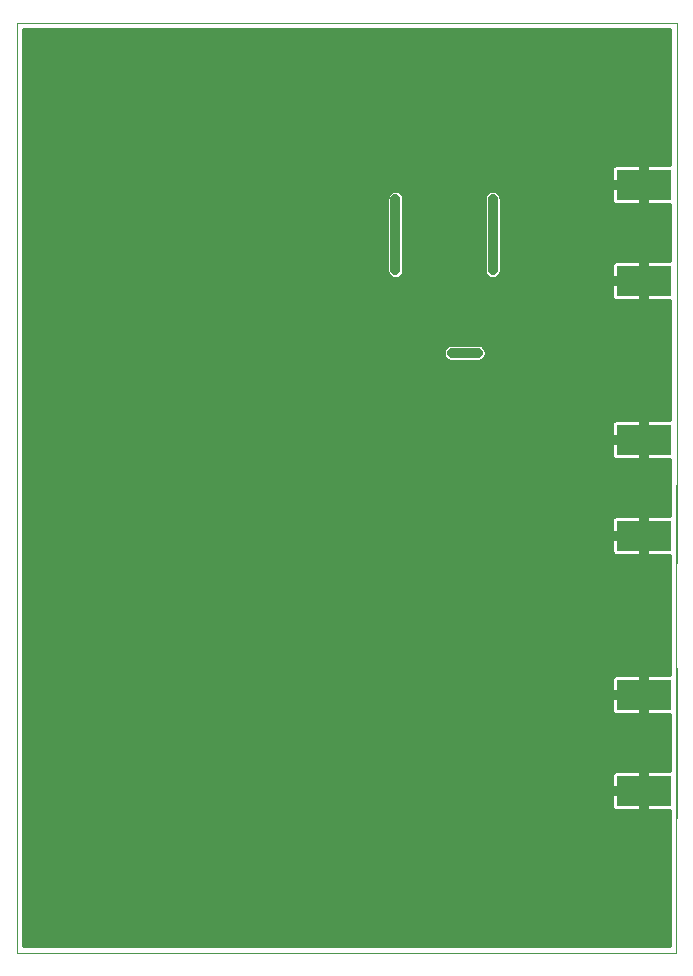
<source format=gbl>
G75*
G70*
%OFA0B0*%
%FSLAX24Y24*%
%IPPOS*%
%LPD*%
%AMOC8*
5,1,8,0,0,1.08239X$1,22.5*
%
%ADD10C,0.0000*%
%ADD11R,0.1800X0.1000*%
%ADD12C,0.0240*%
%ADD13C,0.0160*%
%ADD14C,0.0360*%
%ADD15C,0.0320*%
%ADD16C,0.0300*%
D10*
X000101Y000101D02*
X000101Y031101D01*
X022101Y031101D01*
X022093Y000101D01*
X000101Y000101D01*
X022101Y004601D02*
X022101Y009601D01*
X022101Y013101D02*
X022101Y018101D01*
X022101Y021601D02*
X022101Y026601D01*
D11*
X021001Y025701D03*
X021001Y022501D03*
X021001Y017201D03*
X021001Y014001D03*
X021001Y008701D03*
X021001Y005501D03*
D12*
X019851Y006476D03*
X019101Y006101D03*
X018476Y006101D03*
X018101Y005976D03*
X017726Y005976D03*
X017351Y005976D03*
X016976Y005976D03*
X016601Y005976D03*
X016226Y005976D03*
X015851Y006101D03*
X015601Y006476D03*
X015163Y006163D03*
X015163Y005538D03*
X014601Y004726D03*
X014851Y004351D03*
X015413Y003663D03*
X014726Y002851D03*
X014351Y002476D03*
X014101Y001976D03*
X013601Y001726D03*
X013101Y001726D03*
X012601Y001726D03*
X012101Y001726D03*
X011726Y001976D03*
X011351Y002351D03*
X010976Y002726D03*
X010726Y003101D03*
X010288Y003663D03*
X010851Y004351D03*
X011101Y004601D03*
X011351Y004851D03*
X011601Y005101D03*
X012288Y004226D03*
X012413Y003851D03*
X011976Y003913D03*
X012601Y004538D03*
X012851Y004851D03*
X013101Y004538D03*
X013413Y004226D03*
X013288Y003851D03*
X013726Y003913D03*
X012851Y003851D03*
X014226Y004976D03*
X013226Y006726D03*
X013226Y007101D03*
X013226Y007476D03*
X012851Y007476D03*
X012851Y007101D03*
X012851Y006726D03*
X012476Y006726D03*
X012476Y007101D03*
X012476Y007476D03*
X011851Y008476D03*
X011226Y008476D03*
X011101Y007726D03*
X010726Y007726D03*
X010351Y007726D03*
X009976Y007726D03*
X009601Y007726D03*
X009226Y007726D03*
X009226Y006476D03*
X009601Y006476D03*
X010538Y005476D03*
X010788Y006663D03*
X011226Y006663D03*
X013851Y008476D03*
X014476Y008476D03*
X014476Y007726D03*
X014851Y007726D03*
X015226Y007726D03*
X015601Y007726D03*
X015851Y008101D03*
X016226Y008226D03*
X016601Y008226D03*
X016976Y008226D03*
X017351Y008226D03*
X017726Y008226D03*
X018101Y008226D03*
X018476Y008101D03*
X018726Y007726D03*
X019101Y007726D03*
X019476Y007726D03*
X019851Y007726D03*
X019726Y014976D03*
X019351Y014976D03*
X018976Y014976D03*
X018601Y014976D03*
X018226Y014976D03*
X017851Y014976D03*
X017476Y014976D03*
X017101Y014976D03*
X016726Y014976D03*
X016351Y014976D03*
X015976Y014976D03*
X015601Y014976D03*
X015226Y014976D03*
X014851Y014976D03*
X014476Y014976D03*
X014101Y014976D03*
X013726Y014976D03*
X013351Y014976D03*
X012976Y014976D03*
X012601Y014976D03*
X012226Y014976D03*
X011851Y014976D03*
X011476Y014976D03*
X011101Y014976D03*
X010726Y014976D03*
X010351Y014976D03*
X009976Y014976D03*
X009601Y014976D03*
X009226Y014976D03*
X009226Y016226D03*
X009601Y016226D03*
X009976Y016226D03*
X010351Y016226D03*
X010726Y016226D03*
X011101Y016226D03*
X011476Y016226D03*
X011851Y016226D03*
X012226Y016226D03*
X012601Y016226D03*
X012976Y016226D03*
X013351Y016226D03*
X013726Y016226D03*
X014101Y016226D03*
X014476Y016226D03*
X014851Y016226D03*
X015226Y016226D03*
X015601Y016226D03*
X015976Y016226D03*
X016351Y016226D03*
X016726Y016226D03*
X017101Y016226D03*
X017476Y016226D03*
X017851Y016226D03*
X018226Y016226D03*
X018601Y016226D03*
X019101Y016601D03*
X019726Y016226D03*
X016038Y020851D03*
X015476Y020101D03*
X014601Y020101D03*
X016038Y021601D03*
X015476Y022351D03*
X015351Y022851D03*
X015351Y023351D03*
X014976Y023351D03*
X014601Y023351D03*
X014601Y022851D03*
X014976Y022851D03*
X014351Y022351D03*
X014101Y022851D03*
X014101Y023351D03*
X013726Y023351D03*
X013351Y023351D03*
X013351Y022851D03*
X013726Y022851D03*
X013226Y022351D03*
X012663Y021601D03*
X012663Y020851D03*
X012538Y020288D03*
X012538Y019913D03*
X012101Y023476D03*
X011726Y023476D03*
X011351Y023476D03*
X010976Y023476D03*
X010601Y023476D03*
X010226Y023476D03*
X009851Y023476D03*
X009476Y023476D03*
X009101Y023476D03*
X009101Y024726D03*
X009476Y024726D03*
X009851Y024726D03*
X010226Y024726D03*
X010601Y024726D03*
X010976Y024726D03*
X011351Y024726D03*
X011726Y024726D03*
X012101Y024726D03*
X013226Y025851D03*
X013351Y025351D03*
X013726Y025351D03*
X014101Y025351D03*
X014351Y025851D03*
X014601Y025351D03*
X014976Y025351D03*
X015351Y025351D03*
X015476Y025851D03*
X015351Y024851D03*
X014976Y024851D03*
X014601Y024851D03*
X014601Y024351D03*
X014976Y024351D03*
X014976Y023851D03*
X014601Y023851D03*
X014101Y023851D03*
X014101Y024351D03*
X013726Y024351D03*
X013726Y023851D03*
X013726Y024851D03*
X013351Y024851D03*
X014101Y024851D03*
X012663Y026601D03*
X012663Y027351D03*
X012538Y027913D03*
X012538Y028288D03*
X011976Y027851D03*
X011976Y027351D03*
X011976Y029351D03*
X011976Y029851D03*
X016476Y024726D03*
X016851Y024726D03*
X017226Y024726D03*
X017601Y024726D03*
X017976Y024726D03*
X018351Y024726D03*
X018726Y024726D03*
X019101Y024726D03*
X019476Y024726D03*
X019851Y024726D03*
X019851Y023476D03*
X019476Y023476D03*
X019101Y023476D03*
X018726Y023476D03*
X018351Y023476D03*
X017976Y023476D03*
X017601Y023476D03*
X017226Y023476D03*
X016851Y023476D03*
X016476Y023476D03*
D13*
X016276Y023407D02*
X021851Y023407D01*
X021851Y023565D02*
X016276Y023565D01*
X016276Y023724D02*
X021851Y023724D01*
X021851Y023882D02*
X016276Y023882D01*
X016276Y024041D02*
X021851Y024041D01*
X021851Y024199D02*
X016276Y024199D01*
X016276Y024358D02*
X021851Y024358D01*
X021851Y024516D02*
X016276Y024516D01*
X016276Y024675D02*
X021851Y024675D01*
X021851Y024834D02*
X016276Y024834D01*
X016276Y024992D02*
X021851Y024992D01*
X021851Y025021D02*
X021851Y023181D01*
X021081Y023181D01*
X021081Y022581D01*
X020921Y022581D01*
X020921Y023181D01*
X020077Y023181D01*
X020031Y023168D01*
X019990Y023145D01*
X019957Y023111D01*
X019933Y023070D01*
X019921Y023024D01*
X019921Y022581D01*
X020921Y022581D01*
X020921Y022421D01*
X021081Y022421D01*
X021081Y021821D01*
X021851Y021821D01*
X021851Y017881D01*
X021081Y017881D01*
X021081Y017281D01*
X020921Y017281D01*
X020921Y017881D01*
X020077Y017881D01*
X020031Y017868D01*
X019990Y017845D01*
X019957Y017811D01*
X019933Y017770D01*
X019921Y017724D01*
X019921Y017281D01*
X020921Y017281D01*
X020921Y017121D01*
X021081Y017121D01*
X021081Y016521D01*
X021851Y016521D01*
X021851Y014681D01*
X021081Y014681D01*
X021081Y014081D01*
X020921Y014081D01*
X020921Y014681D01*
X020077Y014681D01*
X020031Y014668D01*
X019990Y014645D01*
X019957Y014611D01*
X019933Y014570D01*
X019921Y014524D01*
X019921Y014081D01*
X020921Y014081D01*
X020921Y013921D01*
X021081Y013921D01*
X021081Y013321D01*
X021851Y013321D01*
X021851Y009381D01*
X021081Y009381D01*
X021081Y008781D01*
X020921Y008781D01*
X020921Y009381D01*
X020077Y009381D01*
X020031Y009368D01*
X019990Y009345D01*
X019957Y009311D01*
X019933Y009270D01*
X019921Y009224D01*
X019921Y008781D01*
X020921Y008781D01*
X020921Y008621D01*
X021081Y008621D01*
X021081Y008021D01*
X021851Y008021D01*
X021851Y006181D01*
X021081Y006181D01*
X021081Y005581D01*
X020921Y005581D01*
X020921Y006181D01*
X020077Y006181D01*
X020031Y006168D01*
X019990Y006145D01*
X019957Y006111D01*
X019933Y006070D01*
X019921Y006024D01*
X019921Y005581D01*
X020921Y005581D01*
X020921Y005421D01*
X021081Y005421D01*
X021081Y004821D01*
X021851Y004821D01*
X021851Y000351D01*
X000351Y000351D01*
X000351Y030851D01*
X021851Y030851D01*
X021851Y026381D01*
X021081Y026381D01*
X021081Y025781D01*
X020921Y025781D01*
X020921Y026381D01*
X020077Y026381D01*
X020031Y026368D01*
X019990Y026345D01*
X019957Y026311D01*
X019933Y026270D01*
X019921Y026224D01*
X019921Y025781D01*
X020921Y025781D01*
X020921Y025621D01*
X019921Y025621D01*
X019921Y025177D01*
X019933Y025131D01*
X019957Y025090D01*
X019990Y025057D01*
X020031Y025033D01*
X020077Y025021D01*
X020921Y025021D01*
X020921Y025621D01*
X021081Y025621D01*
X021081Y025021D01*
X021851Y025021D01*
X021081Y025151D02*
X020921Y025151D01*
X020921Y025309D02*
X021081Y025309D01*
X021081Y025468D02*
X020921Y025468D01*
X020921Y025626D02*
X000351Y025626D01*
X000351Y025468D02*
X012543Y025468D01*
X012556Y025480D02*
X012471Y025396D01*
X012426Y025285D01*
X012426Y022791D01*
X012471Y022681D01*
X012556Y022596D01*
X012666Y022551D01*
X012785Y022551D01*
X012896Y022596D01*
X012980Y022681D01*
X013026Y022791D01*
X013026Y025285D01*
X012980Y025396D01*
X012896Y025480D01*
X012785Y025526D01*
X012666Y025526D01*
X012556Y025480D01*
X012436Y025309D02*
X000351Y025309D01*
X000351Y025151D02*
X012426Y025151D01*
X012426Y024992D02*
X000351Y024992D01*
X000351Y024834D02*
X012426Y024834D01*
X012426Y024675D02*
X000351Y024675D01*
X000351Y024516D02*
X012426Y024516D01*
X012426Y024358D02*
X000351Y024358D01*
X000351Y024199D02*
X012426Y024199D01*
X012426Y024041D02*
X000351Y024041D01*
X000351Y023882D02*
X012426Y023882D01*
X012426Y023724D02*
X000351Y023724D01*
X000351Y023565D02*
X012426Y023565D01*
X012426Y023407D02*
X000351Y023407D01*
X000351Y023248D02*
X012426Y023248D01*
X012426Y023090D02*
X000351Y023090D01*
X000351Y022931D02*
X012426Y022931D01*
X012433Y022772D02*
X000351Y022772D01*
X000351Y022614D02*
X012538Y022614D01*
X012913Y022614D02*
X015788Y022614D01*
X015806Y022596D02*
X015916Y022551D01*
X016035Y022551D01*
X016146Y022596D01*
X016230Y022681D01*
X016276Y022791D01*
X016276Y025285D01*
X016230Y025396D01*
X016146Y025480D01*
X016035Y025526D01*
X015916Y025526D01*
X015806Y025480D01*
X015721Y025396D01*
X015676Y025285D01*
X015676Y022791D01*
X015721Y022681D01*
X015806Y022596D01*
X015683Y022772D02*
X013018Y022772D01*
X013026Y022931D02*
X015676Y022931D01*
X015676Y023090D02*
X013026Y023090D01*
X013026Y023248D02*
X015676Y023248D01*
X015676Y023407D02*
X013026Y023407D01*
X013026Y023565D02*
X015676Y023565D01*
X015676Y023724D02*
X013026Y023724D01*
X013026Y023882D02*
X015676Y023882D01*
X015676Y024041D02*
X013026Y024041D01*
X013026Y024199D02*
X015676Y024199D01*
X015676Y024358D02*
X013026Y024358D01*
X013026Y024516D02*
X015676Y024516D01*
X015676Y024675D02*
X013026Y024675D01*
X013026Y024834D02*
X015676Y024834D01*
X015676Y024992D02*
X013026Y024992D01*
X013026Y025151D02*
X015676Y025151D01*
X015686Y025309D02*
X013016Y025309D01*
X012908Y025468D02*
X015793Y025468D01*
X016158Y025468D02*
X019921Y025468D01*
X019921Y025309D02*
X016266Y025309D01*
X016276Y025151D02*
X019928Y025151D01*
X019921Y025785D02*
X000351Y025785D01*
X000351Y025943D02*
X019921Y025943D01*
X019921Y026102D02*
X000351Y026102D01*
X000351Y026260D02*
X019930Y026260D01*
X020921Y026260D02*
X021081Y026260D01*
X021081Y026102D02*
X020921Y026102D01*
X020921Y025943D02*
X021081Y025943D01*
X021081Y025785D02*
X020921Y025785D01*
X021851Y026419D02*
X000351Y026419D01*
X000351Y026578D02*
X021851Y026578D01*
X021851Y026736D02*
X000351Y026736D01*
X000351Y026895D02*
X021851Y026895D01*
X021851Y027053D02*
X000351Y027053D01*
X000351Y027212D02*
X021851Y027212D01*
X021851Y027370D02*
X000351Y027370D01*
X000351Y027529D02*
X021851Y027529D01*
X021851Y027687D02*
X000351Y027687D01*
X000351Y027846D02*
X021851Y027846D01*
X021851Y028004D02*
X000351Y028004D01*
X000351Y028163D02*
X021851Y028163D01*
X021851Y028321D02*
X000351Y028321D01*
X000351Y028480D02*
X021851Y028480D01*
X021851Y028639D02*
X000351Y028639D01*
X000351Y028797D02*
X021851Y028797D01*
X021851Y028956D02*
X000351Y028956D01*
X000351Y029114D02*
X021851Y029114D01*
X021851Y029273D02*
X000351Y029273D01*
X000351Y029431D02*
X021851Y029431D01*
X021851Y029590D02*
X000351Y029590D01*
X000351Y029748D02*
X021851Y029748D01*
X021851Y029907D02*
X000351Y029907D01*
X000351Y030065D02*
X021851Y030065D01*
X021851Y030224D02*
X000351Y030224D01*
X000351Y030383D02*
X021851Y030383D01*
X021851Y030541D02*
X000351Y030541D01*
X000351Y030700D02*
X021851Y030700D01*
X021851Y023248D02*
X016276Y023248D01*
X016276Y023090D02*
X019944Y023090D01*
X019921Y022931D02*
X016276Y022931D01*
X016268Y022772D02*
X019921Y022772D01*
X019921Y022614D02*
X016163Y022614D01*
X015535Y020401D02*
X014541Y020401D01*
X014431Y020355D01*
X014346Y020271D01*
X014301Y020160D01*
X014301Y020041D01*
X014346Y019931D01*
X014431Y019846D01*
X014541Y019801D01*
X015535Y019801D01*
X015646Y019846D01*
X015730Y019931D01*
X015776Y020041D01*
X015776Y020160D01*
X015730Y020271D01*
X015646Y020355D01*
X015535Y020401D01*
X015551Y020394D02*
X021851Y020394D01*
X021851Y020236D02*
X015745Y020236D01*
X015776Y020077D02*
X021851Y020077D01*
X021851Y019919D02*
X015718Y019919D01*
X014526Y020394D02*
X000351Y020394D01*
X000351Y020236D02*
X014332Y020236D01*
X014301Y020077D02*
X000351Y020077D01*
X000351Y019919D02*
X014359Y019919D01*
X019933Y021931D02*
X019957Y021890D01*
X019990Y021857D01*
X020031Y021833D01*
X020077Y021821D01*
X020921Y021821D01*
X020921Y022421D01*
X019921Y022421D01*
X019921Y021977D01*
X019933Y021931D01*
X019921Y021980D02*
X000351Y021980D01*
X000351Y022138D02*
X019921Y022138D01*
X019921Y022297D02*
X000351Y022297D01*
X000351Y022455D02*
X020921Y022455D01*
X020921Y022297D02*
X021081Y022297D01*
X021081Y022138D02*
X020921Y022138D01*
X020921Y021980D02*
X021081Y021980D01*
X021081Y021821D02*
X020921Y021821D01*
X020921Y022614D02*
X021081Y022614D01*
X021081Y022772D02*
X020921Y022772D01*
X020921Y022931D02*
X021081Y022931D01*
X021081Y023090D02*
X020921Y023090D01*
X020075Y021821D02*
X000351Y021821D01*
X000351Y021663D02*
X021851Y021663D01*
X021851Y021504D02*
X000351Y021504D01*
X000351Y021346D02*
X021851Y021346D01*
X021851Y021187D02*
X000351Y021187D01*
X000351Y021029D02*
X021851Y021029D01*
X021851Y020870D02*
X000351Y020870D01*
X000351Y020711D02*
X021851Y020711D01*
X021851Y020553D02*
X000351Y020553D01*
X000351Y019760D02*
X021851Y019760D01*
X021851Y019602D02*
X000351Y019602D01*
X000351Y019443D02*
X021851Y019443D01*
X021851Y019285D02*
X000351Y019285D01*
X000351Y019126D02*
X021851Y019126D01*
X021851Y018967D02*
X000351Y018967D01*
X000351Y018809D02*
X021851Y018809D01*
X021851Y018650D02*
X000351Y018650D01*
X000351Y018492D02*
X021851Y018492D01*
X021851Y018333D02*
X000351Y018333D01*
X000351Y018175D02*
X021851Y018175D01*
X021851Y018016D02*
X000351Y018016D01*
X000351Y017858D02*
X020013Y017858D01*
X019921Y017699D02*
X000351Y017699D01*
X000351Y017541D02*
X019921Y017541D01*
X019921Y017382D02*
X000351Y017382D01*
X000351Y017223D02*
X020921Y017223D01*
X020921Y017121D02*
X019921Y017121D01*
X019921Y016677D01*
X019933Y016631D01*
X019957Y016590D01*
X019990Y016557D01*
X020031Y016533D01*
X020077Y016521D01*
X020921Y016521D01*
X020921Y017121D01*
X020921Y017065D02*
X021081Y017065D01*
X021081Y016906D02*
X020921Y016906D01*
X020921Y016748D02*
X021081Y016748D01*
X021081Y016589D02*
X020921Y016589D01*
X020921Y017382D02*
X021081Y017382D01*
X021081Y017541D02*
X020921Y017541D01*
X020921Y017699D02*
X021081Y017699D01*
X021081Y017858D02*
X020921Y017858D01*
X019921Y017065D02*
X000351Y017065D01*
X000351Y016906D02*
X019921Y016906D01*
X019921Y016748D02*
X000351Y016748D01*
X000351Y016589D02*
X019958Y016589D01*
X019922Y014528D02*
X000351Y014528D01*
X000351Y014370D02*
X019921Y014370D01*
X019921Y014211D02*
X000351Y014211D01*
X000351Y014053D02*
X020921Y014053D01*
X020921Y013921D02*
X019921Y013921D01*
X019921Y013477D01*
X019933Y013431D01*
X019957Y013390D01*
X019990Y013357D01*
X020031Y013333D01*
X020077Y013321D01*
X020921Y013321D01*
X020921Y013921D01*
X020921Y013894D02*
X021081Y013894D01*
X021081Y013736D02*
X020921Y013736D01*
X020921Y013577D02*
X021081Y013577D01*
X021081Y013418D02*
X020921Y013418D01*
X020921Y014211D02*
X021081Y014211D01*
X021081Y014370D02*
X020921Y014370D01*
X020921Y014528D02*
X021081Y014528D01*
X021851Y014687D02*
X000351Y014687D01*
X000351Y014845D02*
X021851Y014845D01*
X021851Y015004D02*
X000351Y015004D01*
X000351Y015162D02*
X021851Y015162D01*
X021851Y015321D02*
X000351Y015321D01*
X000351Y015479D02*
X021851Y015479D01*
X021851Y015638D02*
X000351Y015638D01*
X000351Y015797D02*
X021851Y015797D01*
X021851Y015955D02*
X000351Y015955D01*
X000351Y016114D02*
X021851Y016114D01*
X021851Y016272D02*
X000351Y016272D01*
X000351Y016431D02*
X021851Y016431D01*
X019921Y013894D02*
X000351Y013894D01*
X000351Y013736D02*
X019921Y013736D01*
X019921Y013577D02*
X000351Y013577D01*
X000351Y013418D02*
X019940Y013418D01*
X021851Y013260D02*
X000351Y013260D01*
X000351Y013101D02*
X021851Y013101D01*
X021851Y012943D02*
X000351Y012943D01*
X000351Y012784D02*
X021851Y012784D01*
X021851Y012626D02*
X000351Y012626D01*
X000351Y012467D02*
X021851Y012467D01*
X021851Y012309D02*
X000351Y012309D01*
X000351Y012150D02*
X021851Y012150D01*
X021851Y011992D02*
X000351Y011992D01*
X000351Y011833D02*
X021851Y011833D01*
X021851Y011674D02*
X000351Y011674D01*
X000351Y011516D02*
X021851Y011516D01*
X021851Y011357D02*
X000351Y011357D01*
X000351Y011199D02*
X021851Y011199D01*
X021851Y011040D02*
X000351Y011040D01*
X000351Y010882D02*
X021851Y010882D01*
X021851Y010723D02*
X000351Y010723D01*
X000351Y010565D02*
X021851Y010565D01*
X021851Y010406D02*
X000351Y010406D01*
X000351Y010248D02*
X021851Y010248D01*
X021851Y010089D02*
X000351Y010089D01*
X000351Y009930D02*
X021851Y009930D01*
X021851Y009772D02*
X000351Y009772D01*
X000351Y009613D02*
X021851Y009613D01*
X021851Y009455D02*
X000351Y009455D01*
X000351Y009296D02*
X019948Y009296D01*
X019921Y009138D02*
X000351Y009138D01*
X000351Y008979D02*
X019921Y008979D01*
X019921Y008821D02*
X000351Y008821D01*
X000351Y008662D02*
X020921Y008662D01*
X020921Y008621D02*
X019921Y008621D01*
X019921Y008177D01*
X019933Y008131D01*
X019957Y008090D01*
X019990Y008057D01*
X020031Y008033D01*
X020077Y008021D01*
X020921Y008021D01*
X020921Y008621D01*
X020921Y008504D02*
X021081Y008504D01*
X021081Y008345D02*
X020921Y008345D01*
X020921Y008186D02*
X021081Y008186D01*
X021081Y008028D02*
X020921Y008028D01*
X020921Y008821D02*
X021081Y008821D01*
X021081Y008979D02*
X020921Y008979D01*
X020921Y009138D02*
X021081Y009138D01*
X021081Y009296D02*
X020921Y009296D01*
X019921Y008504D02*
X000351Y008504D01*
X000351Y008345D02*
X019921Y008345D01*
X019921Y008186D02*
X000351Y008186D01*
X000351Y008028D02*
X020050Y008028D01*
X019971Y006125D02*
X000351Y006125D01*
X000351Y005967D02*
X019921Y005967D01*
X019921Y005808D02*
X000351Y005808D01*
X000351Y005650D02*
X019921Y005650D01*
X019921Y005421D02*
X019921Y004977D01*
X019933Y004931D01*
X019957Y004890D01*
X019990Y004857D01*
X000351Y004857D01*
X000351Y004699D02*
X021851Y004699D01*
X021851Y004540D02*
X000351Y004540D01*
X000351Y004381D02*
X021851Y004381D01*
X021851Y004223D02*
X000351Y004223D01*
X000351Y004064D02*
X021851Y004064D01*
X021851Y003906D02*
X000351Y003906D01*
X000351Y003747D02*
X021851Y003747D01*
X021851Y003589D02*
X000351Y003589D01*
X000351Y003430D02*
X021851Y003430D01*
X021851Y003272D02*
X000351Y003272D01*
X000351Y003113D02*
X021851Y003113D01*
X021851Y002955D02*
X000351Y002955D01*
X000351Y002796D02*
X021851Y002796D01*
X021851Y002637D02*
X000351Y002637D01*
X000351Y002479D02*
X021851Y002479D01*
X021851Y002320D02*
X000351Y002320D01*
X000351Y002162D02*
X021851Y002162D01*
X021851Y002003D02*
X000351Y002003D01*
X000351Y001845D02*
X021851Y001845D01*
X021851Y001686D02*
X000351Y001686D01*
X000351Y001528D02*
X021851Y001528D01*
X021851Y001369D02*
X000351Y001369D01*
X000351Y001211D02*
X021851Y001211D01*
X021851Y001052D02*
X000351Y001052D01*
X000351Y000894D02*
X021851Y000894D01*
X021851Y000735D02*
X000351Y000735D01*
X000351Y000576D02*
X021851Y000576D01*
X021851Y000418D02*
X000351Y000418D01*
X000351Y005016D02*
X019921Y005016D01*
X019921Y005174D02*
X000351Y005174D01*
X000351Y005333D02*
X019921Y005333D01*
X019921Y005421D02*
X020921Y005421D01*
X020921Y004821D01*
X020077Y004821D01*
X020031Y004833D01*
X019990Y004857D01*
X020921Y004857D02*
X021081Y004857D01*
X021081Y005016D02*
X020921Y005016D01*
X020921Y005174D02*
X021081Y005174D01*
X021081Y005333D02*
X020921Y005333D01*
X020921Y005491D02*
X000351Y005491D01*
X000351Y006284D02*
X021851Y006284D01*
X021851Y006443D02*
X000351Y006443D01*
X000351Y006601D02*
X021851Y006601D01*
X021851Y006760D02*
X000351Y006760D01*
X000351Y006918D02*
X021851Y006918D01*
X021851Y007077D02*
X000351Y007077D01*
X000351Y007235D02*
X021851Y007235D01*
X021851Y007394D02*
X000351Y007394D01*
X000351Y007552D02*
X021851Y007552D01*
X021851Y007711D02*
X000351Y007711D01*
X000351Y007869D02*
X021851Y007869D01*
X021081Y006125D02*
X020921Y006125D01*
X020921Y005967D02*
X021081Y005967D01*
X021081Y005808D02*
X020921Y005808D01*
X020921Y005650D02*
X021081Y005650D01*
D14*
X021351Y003851D03*
X021351Y003101D03*
X021351Y002351D03*
X021351Y001601D03*
X021351Y000851D03*
X020601Y000851D03*
X019851Y000851D03*
X019101Y000851D03*
X018351Y000851D03*
X017601Y000851D03*
X016851Y000851D03*
X016101Y000851D03*
X015351Y000851D03*
X014601Y000851D03*
X013851Y000851D03*
X013101Y000851D03*
X012351Y000851D03*
X011601Y000851D03*
X010851Y000851D03*
X010101Y000851D03*
X009351Y000851D03*
X008601Y000851D03*
X007851Y000851D03*
X007101Y000851D03*
X006351Y000851D03*
X005601Y000851D03*
X004851Y000851D03*
X003976Y000851D03*
X003101Y000851D03*
X002351Y000851D03*
X001601Y000851D03*
X001601Y001601D03*
X001601Y002351D03*
X001601Y003101D03*
X001601Y003851D03*
X001601Y004601D03*
X001601Y005351D03*
X001601Y006101D03*
X001601Y006851D03*
X001601Y007601D03*
X001601Y008351D03*
X001601Y009101D03*
X001601Y009851D03*
X001601Y011351D03*
X001601Y012101D03*
X001601Y012851D03*
X001601Y013601D03*
X001601Y014351D03*
X001601Y015101D03*
X001601Y015851D03*
X001601Y016601D03*
X001601Y017351D03*
X001601Y018101D03*
X001601Y018851D03*
X001601Y019601D03*
X001601Y020351D03*
X001601Y021101D03*
X001601Y021851D03*
X001601Y022601D03*
X001601Y023351D03*
X001601Y024101D03*
X001601Y024851D03*
X001601Y025601D03*
X002226Y025601D03*
X002851Y025601D03*
X003476Y025601D03*
X004101Y025601D03*
X004726Y025601D03*
X005351Y025601D03*
X005976Y025601D03*
X006601Y025601D03*
X007226Y025601D03*
X007851Y025601D03*
X008476Y025601D03*
X009101Y025601D03*
X009726Y025601D03*
X010351Y025601D03*
X010976Y025601D03*
X011601Y025601D03*
X012851Y030351D03*
X013601Y030351D03*
X014351Y030351D03*
X015226Y030351D03*
X016101Y030351D03*
X016851Y030351D03*
X017601Y030351D03*
X018351Y030351D03*
X019101Y030351D03*
X019851Y030351D03*
X020601Y030351D03*
X021351Y030351D03*
X021351Y029601D03*
X021351Y028851D03*
X021351Y028101D03*
X021351Y027351D03*
X021351Y021351D03*
X021351Y020601D03*
X021351Y019851D03*
X021351Y019101D03*
X020726Y018726D03*
X021351Y018351D03*
X019976Y018726D03*
X019226Y018726D03*
X018476Y018726D03*
X017726Y018726D03*
X016976Y018726D03*
X016226Y018726D03*
X015476Y018726D03*
X014726Y018726D03*
X013976Y018726D03*
X013226Y018726D03*
X012476Y018726D03*
X011726Y018726D03*
X010976Y018726D03*
X010226Y018726D03*
X009476Y018726D03*
X009351Y012476D03*
X010101Y012476D03*
X010851Y012476D03*
X011601Y012476D03*
X012351Y012476D03*
X013101Y012476D03*
X013851Y012476D03*
X014601Y012476D03*
X015351Y012476D03*
X016101Y012476D03*
X016851Y012476D03*
X017601Y012476D03*
X018351Y012476D03*
X019101Y012476D03*
X019851Y012476D03*
X020601Y012476D03*
X021351Y012851D03*
X021351Y012101D03*
X021351Y011351D03*
X021351Y010601D03*
X021351Y009851D03*
D15*
X015476Y020101D02*
X014601Y020101D01*
X015976Y022851D02*
X015976Y025226D01*
X012726Y025226D02*
X012726Y022851D01*
D16*
X012726Y022851D03*
X012726Y025226D03*
X015976Y025226D03*
X015976Y022851D03*
M02*

</source>
